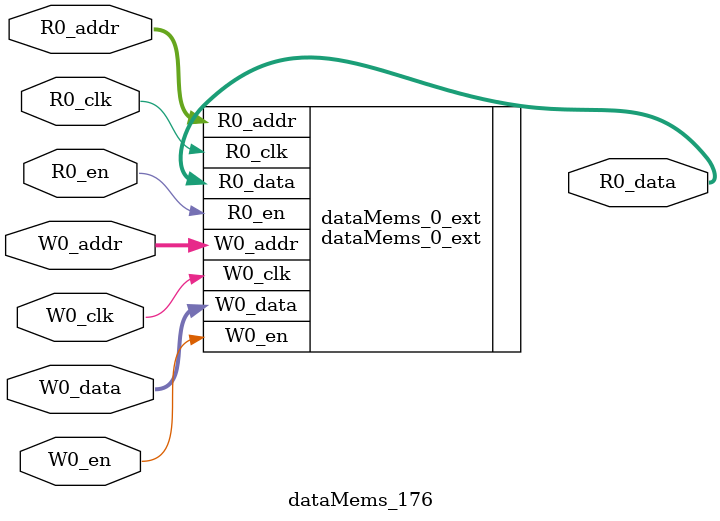
<source format=sv>
`ifndef RANDOMIZE
  `ifdef RANDOMIZE_REG_INIT
    `define RANDOMIZE
  `endif // RANDOMIZE_REG_INIT
`endif // not def RANDOMIZE
`ifndef RANDOMIZE
  `ifdef RANDOMIZE_MEM_INIT
    `define RANDOMIZE
  `endif // RANDOMIZE_MEM_INIT
`endif // not def RANDOMIZE

`ifndef RANDOM
  `define RANDOM $random
`endif // not def RANDOM

// Users can define 'PRINTF_COND' to add an extra gate to prints.
`ifndef PRINTF_COND_
  `ifdef PRINTF_COND
    `define PRINTF_COND_ (`PRINTF_COND)
  `else  // PRINTF_COND
    `define PRINTF_COND_ 1
  `endif // PRINTF_COND
`endif // not def PRINTF_COND_

// Users can define 'ASSERT_VERBOSE_COND' to add an extra gate to assert error printing.
`ifndef ASSERT_VERBOSE_COND_
  `ifdef ASSERT_VERBOSE_COND
    `define ASSERT_VERBOSE_COND_ (`ASSERT_VERBOSE_COND)
  `else  // ASSERT_VERBOSE_COND
    `define ASSERT_VERBOSE_COND_ 1
  `endif // ASSERT_VERBOSE_COND
`endif // not def ASSERT_VERBOSE_COND_

// Users can define 'STOP_COND' to add an extra gate to stop conditions.
`ifndef STOP_COND_
  `ifdef STOP_COND
    `define STOP_COND_ (`STOP_COND)
  `else  // STOP_COND
    `define STOP_COND_ 1
  `endif // STOP_COND
`endif // not def STOP_COND_

// Users can define INIT_RANDOM as general code that gets injected into the
// initializer block for modules with registers.
`ifndef INIT_RANDOM
  `define INIT_RANDOM
`endif // not def INIT_RANDOM

// If using random initialization, you can also define RANDOMIZE_DELAY to
// customize the delay used, otherwise 0.002 is used.
`ifndef RANDOMIZE_DELAY
  `define RANDOMIZE_DELAY 0.002
`endif // not def RANDOMIZE_DELAY

// Define INIT_RANDOM_PROLOG_ for use in our modules below.
`ifndef INIT_RANDOM_PROLOG_
  `ifdef RANDOMIZE
    `ifdef VERILATOR
      `define INIT_RANDOM_PROLOG_ `INIT_RANDOM
    `else  // VERILATOR
      `define INIT_RANDOM_PROLOG_ `INIT_RANDOM #`RANDOMIZE_DELAY begin end
    `endif // VERILATOR
  `else  // RANDOMIZE
    `define INIT_RANDOM_PROLOG_
  `endif // RANDOMIZE
`endif // not def INIT_RANDOM_PROLOG_

// Include register initializers in init blocks unless synthesis is set
`ifndef SYNTHESIS
  `ifndef ENABLE_INITIAL_REG_
    `define ENABLE_INITIAL_REG_
  `endif // not def ENABLE_INITIAL_REG_
`endif // not def SYNTHESIS

// Include rmemory initializers in init blocks unless synthesis is set
`ifndef SYNTHESIS
  `ifndef ENABLE_INITIAL_MEM_
    `define ENABLE_INITIAL_MEM_
  `endif // not def ENABLE_INITIAL_MEM_
`endif // not def SYNTHESIS

module dataMems_176(	// @[generators/ara/src/main/scala/UnsafeAXI4ToTL.scala:365:62]
  input  [4:0]   R0_addr,
  input          R0_en,
  input          R0_clk,
  output [130:0] R0_data,
  input  [4:0]   W0_addr,
  input          W0_en,
  input          W0_clk,
  input  [130:0] W0_data
);

  dataMems_0_ext dataMems_0_ext (	// @[generators/ara/src/main/scala/UnsafeAXI4ToTL.scala:365:62]
    .R0_addr (R0_addr),
    .R0_en   (R0_en),
    .R0_clk  (R0_clk),
    .R0_data (R0_data),
    .W0_addr (W0_addr),
    .W0_en   (W0_en),
    .W0_clk  (W0_clk),
    .W0_data (W0_data)
  );
endmodule


</source>
